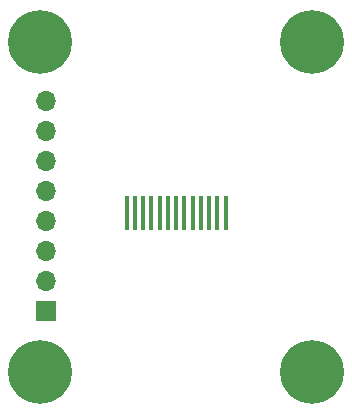
<source format=gts>
%TF.GenerationSoftware,KiCad,Pcbnew,(6.0.1)*%
%TF.CreationDate,2022-02-20T00:37:46+08:00*%
%TF.ProjectId,PCB_TFT_RF096HQ13,5043425f-5446-4545-9f52-463039364851,V0.9*%
%TF.SameCoordinates,Original*%
%TF.FileFunction,Soldermask,Top*%
%TF.FilePolarity,Negative*%
%FSLAX46Y46*%
G04 Gerber Fmt 4.6, Leading zero omitted, Abs format (unit mm)*
G04 Created by KiCad (PCBNEW (6.0.1)) date 2022-02-20 00:37:46*
%MOMM*%
%LPD*%
G01*
G04 APERTURE LIST*
%ADD10R,0.400000X3.000000*%
%ADD11C,0.800000*%
%ADD12C,5.400000*%
%ADD13R,1.700000X1.700000*%
%ADD14O,1.700000X1.700000*%
G04 APERTURE END LIST*
D10*
%TO.C,CN1*%
X118319000Y-61071500D03*
X117619000Y-61071500D03*
X116919000Y-61071500D03*
X116219000Y-61071500D03*
X115519000Y-61071500D03*
X114819000Y-61071500D03*
X114119000Y-61071500D03*
X113419000Y-61071500D03*
X112719000Y-61071500D03*
X112019000Y-61071500D03*
X111319000Y-61071500D03*
X110619000Y-61071500D03*
X109919000Y-61071500D03*
%TD*%
D11*
%TO.C,REF\u002A\u002A*%
X102619000Y-76602000D03*
X104050891Y-76008891D03*
X104050891Y-73145109D03*
X101187109Y-76008891D03*
D12*
X102619000Y-74577000D03*
D11*
X100594000Y-74577000D03*
X104644000Y-74577000D03*
X102619000Y-72552000D03*
X101187109Y-73145109D03*
%TD*%
%TO.C,REF\u002A\u002A*%
X125619000Y-48602000D03*
X127050891Y-48008891D03*
X127050891Y-45145109D03*
X124187109Y-48008891D03*
D12*
X125619000Y-46577000D03*
D11*
X123594000Y-46577000D03*
X127644000Y-46577000D03*
X125619000Y-44552000D03*
X124187109Y-45145109D03*
%TD*%
%TO.C,REF\u002A\u002A*%
X125619000Y-76602200D03*
X127050891Y-76009091D03*
X127050891Y-73145309D03*
X124187109Y-76009091D03*
D12*
X125619000Y-74577200D03*
D11*
X123594000Y-74577200D03*
X127644000Y-74577200D03*
X125619000Y-72552200D03*
X124187109Y-73145309D03*
%TD*%
%TO.C,REF\u002A\u002A*%
X102619000Y-48602000D03*
X104050891Y-48008891D03*
X104050891Y-45145109D03*
X101187109Y-48008891D03*
D12*
X102619000Y-46577000D03*
D11*
X100594000Y-46577000D03*
X104644000Y-46577000D03*
X102619000Y-44552000D03*
X101187109Y-45145109D03*
%TD*%
D13*
%TO.C,J1*%
X103119000Y-69357000D03*
D14*
X103119000Y-66817000D03*
X103119000Y-64277000D03*
X103119000Y-61737000D03*
X103119000Y-59197000D03*
X103119000Y-56657000D03*
X103119000Y-54117000D03*
X103119000Y-51577000D03*
%TD*%
M02*

</source>
